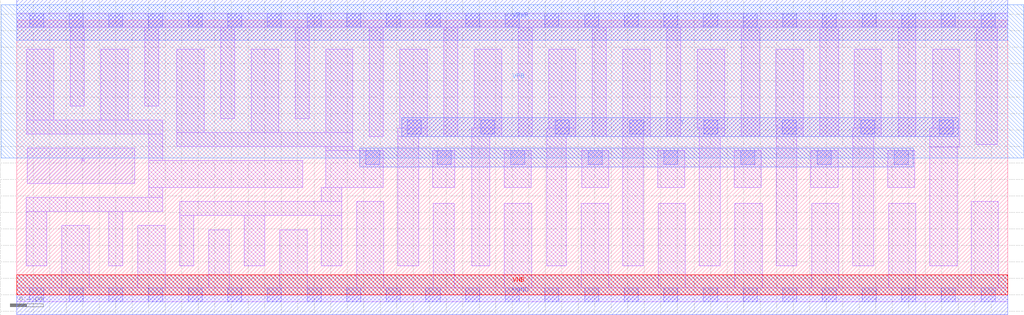
<source format=lef>
# Copyright 2020 The SkyWater PDK Authors
#
# Licensed under the Apache License, Version 2.0 (the "License");
# you may not use this file except in compliance with the License.
# You may obtain a copy of the License at
#
#     https://www.apache.org/licenses/LICENSE-2.0
#
# Unless required by applicable law or agreed to in writing, software
# distributed under the License is distributed on an "AS IS" BASIS,
# WITHOUT WARRANTIES OR CONDITIONS OF ANY KIND, either express or implied.
# See the License for the specific language governing permissions and
# limitations under the License.
#
# SPDX-License-Identifier: Apache-2.0

VERSION 5.7 ;
  NOWIREEXTENSIONATPIN ON ;
  DIVIDERCHAR "/" ;
  BUSBITCHARS "[]" ;
MACRO sky130_fd_sc_ms__bufinv_16
  CLASS CORE ;
  FOREIGN sky130_fd_sc_ms__bufinv_16 ;
  ORIGIN  0.000000  0.000000 ;
  SIZE  12.00000 BY  3.330000 ;
  SYMMETRY X Y ;
  SITE unit ;
  PIN A
    ANTENNAGATEAREA  0.937800 ;
    DIRECTION INPUT ;
    USE SIGNAL ;
    PORT
      LAYER li1 ;
        RECT 0.125000 1.350000 1.430000 1.780000 ;
    END
  END A
  PIN Y
    ANTENNADIFFAREA  4.121600 ;
    DIRECTION OUTPUT ;
    USE SIGNAL ;
    PORT
      LAYER met1 ;
        RECT 4.660000 1.920000 11.400000 2.150000 ;
    END
  END Y
  PIN VGND
    DIRECTION INOUT ;
    USE GROUND ;
    PORT
      LAYER met1 ;
        RECT 0.000000 -0.245000 12.000000 0.245000 ;
    END
  END VGND
  PIN VNB
    DIRECTION INOUT ;
    USE GROUND ;
    PORT
      LAYER pwell ;
        RECT 0.000000 0.000000 12.000000 0.245000 ;
    END
  END VNB
  PIN VPB
    DIRECTION INOUT ;
    USE POWER ;
    PORT
      LAYER nwell ;
        RECT -0.190000 1.660000 12.190000 3.520000 ;
    END
  END VPB
  PIN VPWR
    DIRECTION INOUT ;
    USE POWER ;
    PORT
      LAYER met1 ;
        RECT 0.000000 3.085000 12.000000 3.575000 ;
    END
  END VPWR
  OBS
    LAYER li1 ;
      RECT  0.000000 -0.085000 12.000000 0.085000 ;
      RECT  0.000000  3.245000 12.000000 3.415000 ;
      RECT  0.115000  0.350000  0.365000 1.010000 ;
      RECT  0.115000  1.010000  1.770000 1.180000 ;
      RECT  0.120000  1.950000  1.770000 2.120000 ;
      RECT  0.120000  2.120000  0.450000 2.980000 ;
      RECT  0.545000  0.085000  0.875000 0.840000 ;
      RECT  0.650000  2.290000  0.820000 3.245000 ;
      RECT  1.020000  2.120000  1.350000 2.980000 ;
      RECT  1.115000  0.350000  1.285000 1.010000 ;
      RECT  1.465000  0.085000  1.795000 0.840000 ;
      RECT  1.550000  2.290000  1.720000 3.245000 ;
      RECT  1.600000  1.180000  1.770000 1.300000 ;
      RECT  1.600000  1.300000  3.460000 1.630000 ;
      RECT  1.600000  1.630000  1.770000 1.950000 ;
      RECT  1.940000  1.800000  4.070000 1.970000 ;
      RECT  1.940000  1.970000  2.270000 2.980000 ;
      RECT  1.975000  0.350000  2.145000 0.960000 ;
      RECT  1.975000  0.960000  3.935000 1.130000 ;
      RECT  2.325000  0.085000  2.575000 0.790000 ;
      RECT  2.470000  2.140000  2.640000 3.245000 ;
      RECT  2.755000  0.350000  3.005000 0.960000 ;
      RECT  2.840000  1.970000  3.170000 2.980000 ;
      RECT  3.185000  0.085000  3.515000 0.790000 ;
      RECT  3.370000  2.140000  3.540000 3.245000 ;
      RECT  3.685000  0.350000  3.935000 0.960000 ;
      RECT  3.685000  1.130000  3.935000 1.300000 ;
      RECT  3.740000  1.300000  4.435000 1.750000 ;
      RECT  3.740000  1.750000  4.070000 1.800000 ;
      RECT  3.740000  1.970000  4.070000 2.980000 ;
      RECT  4.115000  0.085000  4.445000 1.130000 ;
      RECT  4.270000  1.920000  4.440000 3.245000 ;
      RECT  4.615000  0.350000  4.865000 1.920000 ;
      RECT  4.615000  1.920000  4.970000 2.020000 ;
      RECT  4.640000  2.020000  4.970000 2.980000 ;
      RECT  5.035000  1.300000  5.305000 1.750000 ;
      RECT  5.045000  0.085000  5.295000 1.105000 ;
      RECT  5.170000  1.920000  5.340000 3.245000 ;
      RECT  5.510000  0.350000  5.725000 1.920000 ;
      RECT  5.510000  1.920000  5.870000 2.020000 ;
      RECT  5.540000  2.020000  5.870000 2.980000 ;
      RECT  5.900000  1.300000  6.230000 1.750000 ;
      RECT  5.905000  0.085000  6.235000 1.105000 ;
      RECT  6.070000  1.920000  6.240000 3.245000 ;
      RECT  6.420000  0.350000  6.655000 1.920000 ;
      RECT  6.420000  1.920000  6.770000 2.020000 ;
      RECT  6.440000  2.020000  6.770000 2.980000 ;
      RECT  6.835000  0.085000  7.165000 1.105000 ;
      RECT  6.840000  1.300000  7.170000 1.750000 ;
      RECT  6.970000  1.920000  7.140000 3.245000 ;
      RECT  7.340000  0.350000  7.585000 1.920000 ;
      RECT  7.340000  1.920000  7.670000 2.980000 ;
      RECT  7.760000  1.300000  8.090000 1.750000 ;
      RECT  7.765000  0.085000  8.095000 1.105000 ;
      RECT  7.870000  1.920000  8.040000 3.245000 ;
      RECT  8.240000  2.020000  8.570000 2.980000 ;
      RECT  8.265000  0.350000  8.515000 1.920000 ;
      RECT  8.265000  1.920000  8.570000 2.020000 ;
      RECT  8.685000  1.300000  9.015000 1.750000 ;
      RECT  8.695000  0.085000  9.025000 1.105000 ;
      RECT  8.770000  1.920000  8.995000 3.245000 ;
      RECT  9.190000  2.020000  9.520000 2.980000 ;
      RECT  9.195000  0.350000  9.445000 1.920000 ;
      RECT  9.195000  1.920000  9.520000 2.020000 ;
      RECT  9.615000  1.300000  9.945000 1.750000 ;
      RECT  9.625000  0.085000  9.955000 1.105000 ;
      RECT  9.720000  1.920000  9.955000 3.245000 ;
      RECT 10.125000  0.350000 10.375000 1.920000 ;
      RECT 10.125000  1.920000 10.470000 2.020000 ;
      RECT 10.140000  2.020000 10.470000 2.980000 ;
      RECT 10.545000  1.300000 10.875000 1.750000 ;
      RECT 10.555000  0.085000 10.885000 1.105000 ;
      RECT 10.670000  1.920000 10.885000 3.245000 ;
      RECT 11.055000  0.350000 11.385000 1.790000 ;
      RECT 11.055000  1.790000 11.420000 2.020000 ;
      RECT 11.090000  2.020000 11.420000 2.980000 ;
      RECT 11.555000  0.085000 11.885000 1.130000 ;
      RECT 11.620000  1.820000 11.870000 3.245000 ;
    LAYER mcon ;
      RECT  0.155000 -0.085000  0.325000 0.085000 ;
      RECT  0.155000  3.245000  0.325000 3.415000 ;
      RECT  0.635000 -0.085000  0.805000 0.085000 ;
      RECT  0.635000  3.245000  0.805000 3.415000 ;
      RECT  1.115000 -0.085000  1.285000 0.085000 ;
      RECT  1.115000  3.245000  1.285000 3.415000 ;
      RECT  1.595000 -0.085000  1.765000 0.085000 ;
      RECT  1.595000  3.245000  1.765000 3.415000 ;
      RECT  2.075000 -0.085000  2.245000 0.085000 ;
      RECT  2.075000  3.245000  2.245000 3.415000 ;
      RECT  2.555000 -0.085000  2.725000 0.085000 ;
      RECT  2.555000  3.245000  2.725000 3.415000 ;
      RECT  3.035000 -0.085000  3.205000 0.085000 ;
      RECT  3.035000  3.245000  3.205000 3.415000 ;
      RECT  3.515000 -0.085000  3.685000 0.085000 ;
      RECT  3.515000  3.245000  3.685000 3.415000 ;
      RECT  3.995000 -0.085000  4.165000 0.085000 ;
      RECT  3.995000  3.245000  4.165000 3.415000 ;
      RECT  4.225000  1.580000  4.395000 1.750000 ;
      RECT  4.475000 -0.085000  4.645000 0.085000 ;
      RECT  4.475000  3.245000  4.645000 3.415000 ;
      RECT  4.730000  1.950000  4.900000 2.120000 ;
      RECT  4.955000 -0.085000  5.125000 0.085000 ;
      RECT  4.955000  3.245000  5.125000 3.415000 ;
      RECT  5.090000  1.580000  5.260000 1.750000 ;
      RECT  5.435000 -0.085000  5.605000 0.085000 ;
      RECT  5.435000  3.245000  5.605000 3.415000 ;
      RECT  5.620000  1.950000  5.790000 2.120000 ;
      RECT  5.915000 -0.085000  6.085000 0.085000 ;
      RECT  5.915000  3.245000  6.085000 3.415000 ;
      RECT  5.980000  1.580000  6.150000 1.750000 ;
      RECT  6.395000 -0.085000  6.565000 0.085000 ;
      RECT  6.395000  3.245000  6.565000 3.415000 ;
      RECT  6.520000  1.950000  6.690000 2.120000 ;
      RECT  6.875000 -0.085000  7.045000 0.085000 ;
      RECT  6.875000  3.245000  7.045000 3.415000 ;
      RECT  6.920000  1.580000  7.090000 1.750000 ;
      RECT  7.355000 -0.085000  7.525000 0.085000 ;
      RECT  7.355000  3.245000  7.525000 3.415000 ;
      RECT  7.420000  1.950000  7.590000 2.120000 ;
      RECT  7.835000 -0.085000  8.005000 0.085000 ;
      RECT  7.835000  1.580000  8.005000 1.750000 ;
      RECT  7.835000  3.245000  8.005000 3.415000 ;
      RECT  8.315000 -0.085000  8.485000 0.085000 ;
      RECT  8.315000  3.245000  8.485000 3.415000 ;
      RECT  8.320000  1.950000  8.490000 2.120000 ;
      RECT  8.765000  1.580000  8.935000 1.750000 ;
      RECT  8.795000 -0.085000  8.965000 0.085000 ;
      RECT  8.795000  3.245000  8.965000 3.415000 ;
      RECT  9.270000  1.950000  9.440000 2.120000 ;
      RECT  9.275000 -0.085000  9.445000 0.085000 ;
      RECT  9.275000  3.245000  9.445000 3.415000 ;
      RECT  9.690000  1.580000  9.860000 1.750000 ;
      RECT  9.755000 -0.085000  9.925000 0.085000 ;
      RECT  9.755000  3.245000  9.925000 3.415000 ;
      RECT 10.220000  1.950000 10.390000 2.120000 ;
      RECT 10.235000 -0.085000 10.405000 0.085000 ;
      RECT 10.235000  3.245000 10.405000 3.415000 ;
      RECT 10.625000  1.580000 10.795000 1.750000 ;
      RECT 10.715000 -0.085000 10.885000 0.085000 ;
      RECT 10.715000  3.245000 10.885000 3.415000 ;
      RECT 11.170000  1.950000 11.340000 2.120000 ;
      RECT 11.195000 -0.085000 11.365000 0.085000 ;
      RECT 11.195000  3.245000 11.365000 3.415000 ;
      RECT 11.675000 -0.085000 11.845000 0.085000 ;
      RECT 11.675000  3.245000 11.845000 3.415000 ;
    LAYER met1 ;
      RECT 4.155000 1.550000 10.855000 1.780000 ;
  END
END sky130_fd_sc_ms__bufinv_16
END LIBRARY

</source>
